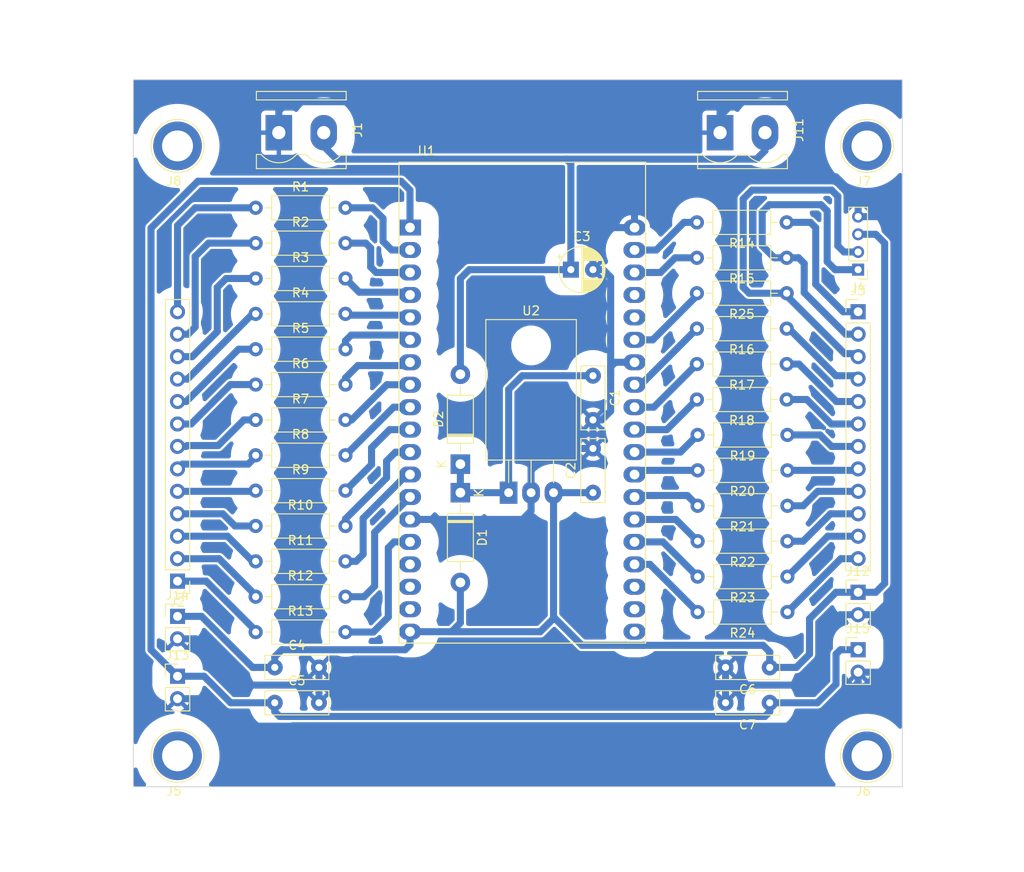
<source format=kicad_pcb>
(kicad_pcb (version 20241229) (generator "pcbnew") (generator_version "9.0")
  (layers (0 "F.Cu" signal) (2 "B.Cu" signal) (13 "F.Paste" user) (15 "B.Paste" user) (5 "F.SilkS" user "F.Silkscreen") (7 "B.SilkS" user "B.Silkscreen") (1 "F.Mask" user) (3 "B.Mask" user) (25 "Edge.Cuts" user))
  (net 0 "")
  (net 1 "Net-(D1-K)")
  (net 2 "GND")
  (net 3 "+5V")
  (net 4 "+12V")
  (net 5 "+3.3V")
  (net 6 "13")
  (net 7 "12")
  (net 8 "14")
  (net 9 "27")
  (net 10 "26")
  (net 11 "25")
  (net 12 "33")
  (net 13 "32")
  (net 14 "35")
  (net 15 "34")
  (net 16 "36")
  (net 17 "39")
  (net 18 "Reset")
  (net 19 "23")
  (net 20 "22")
  (net 21 "21")
  (net 22 "19")
  (net 23 "18")
  (net 24 "5")
  (net 25 "17")
  (net 26 "16")
  (net 27 "4")
  (net 28 "0")
  (net 29 "2")
  (net 30 "15")
  (net 35 "Net-(U1-EN)")
  (net 36 "Net-(U1-SENSOR_VP)")
  (net 37 "Net-(U1-SENSOR_VN)")
  (net 38 "Net-(U1-IO34)")
  (net 39 "Net-(U1-IO35)")
  (net 40 "Net-(U1-IO32)")
  (net 41 "Net-(U1-IO33)")
  (net 42 "Net-(U1-IO25)")
  (net 43 "Net-(U1-IO26)")
  (net 44 "Net-(U1-IO27)")
  (net 45 "Net-(U1-IO14)")
  (net 46 "Net-(U1-IO12)")
  (net 47 "Net-(U1-IO13)")
  (net 48 "Net-(U1-IO23)")
  (net 49 "Net-(U1-IO22)")
  (net 50 "Net-(U1-IO19)")
  (net 51 "Net-(U1-IO18)")
  (net 52 "Net-(U1-IO5)")
  (net 53 "Net-(U1-IO17)")
  (net 54 "Net-(U1-IO16)")
  (net 55 "Net-(U1-IO4)")
  (net 56 "Net-(U1-IO0)")
  (net 57 "Net-(U1-IO2)")
  (net 58 "Net-(U1-IO15)")
  (net 59 "Net-(U1-IO21)")
  (footprint "FootprintGamelGe2_v6:C_Rect_L7.0mm_W2.5mm_P5.00mm" (layer "F.Cu") (at 206 81 -90)
    (property "Reference" "C1")
    (property "Value" "330")
  )
  (footprint "FootprintGamelGe2_v6:C_Rect_L7.0mm_W2.5mm_P5.00mm" (layer "F.Cu") (at 170 118)
    (property "Reference" "C5")
    (property "Value" "100n")
  )
  (footprint "FootprintGamelGe2_v6:Mounting_Screw_3mm" (layer "F.Cu") (at 237 124 180)
    (property "Reference" "J6")
    (property "Value" "Mounting_Screw_3mm")
  )
  (footprint "FootprintGamelGe2_v6:R_Axial_DIN0207_L6.3mm_D2.5mm_P10.16mm_Horizontal" (layer "F.Cu") (at 227.92 83.689255 180)
    (property "Reference" "R18")
    (property "Value" "560")
  )
  (footprint "FootprintGamelGe2_v6:R_Axial_DIN0207_L6.3mm_D2.5mm_P10.16mm_Horizontal" (layer "F.Cu") (at 167.84 74)
    (property "Reference" "R4")
    (property "Value" "560")
  )
  (footprint "FootprintGamelGe2_v6:R_Axial_DIN0207_L6.3mm_D2.5mm_P10.16mm_Horizontal" (layer "F.Cu") (at 228 107.736371 180)
    (property "Reference" "R24")
    (property "Value" "560")
  )
  (footprint "FootprintGamelGe2_v6:R_Axial_DIN0207_L6.3mm_D2.5mm_P10.16mm_Horizontal" (layer "F.Cu") (at 167.84 110)
    (property "Reference" "R13")
    (property "Value" "560")
  )
  (footprint "FootprintGamelGe2_v6:R_Axial_DIN0207_L6.3mm_D2.5mm_P10.16mm_Horizontal" (layer "F.Cu") (at 167.84 94)
    (property "Reference" "R9")
    (property "Value" "560")
  )
  (footprint "FootprintGamelGe2_v6:OmnimateSL-5,08_1x02_P5.08mm_Vertical" (layer "F.Cu") (at 170.46 53.5)
    (property "Reference" "J1")
    (property "Value" "Omnimate2")
  )
  (footprint "FootprintGamelGe2_v6:R_Axial_DIN0207_L6.3mm_D2.5mm_P10.16mm_Horizontal" (layer "F.Cu") (at 167.84 90)
    (property "Reference" "R8")
    (property "Value" "560")
  )
  (footprint "FootprintGamelGe2_v6:C_Rect_L7.0mm_W2.5mm_P5.00mm" (layer "F.Cu") (at 226 114 180)
    (property "Reference" "C6")
    (property "Value" "100n")
  )
  (footprint "FootprintGamelGe2_v6:R_Axial_DIN0207_L6.3mm_D2.5mm_P10.16mm_Horizontal" (layer "F.Cu") (at 167.84 62)
    (property "Reference" "R1")
    (property "Value" "560")
  )
  (footprint "Connector_PinHeader_2.54mm:PinHeader_1x02_P2.54mm_Vertical" (layer "F.Cu") (at 236 112)
    (property "Reference" "J15")
    (property "Value" "Conn_01x02_Pin")
  )
  (footprint "FootprintGamelGe2_v6:R_Axial_DIN0207_L6.3mm_D2.5mm_P10.16mm_Horizontal" (layer "F.Cu") (at 167.84 82)
    (property "Reference" "R6")
    (property "Value" "560")
  )
  (footprint "FootprintGamelGe2_v6:C_Rect_L7.0mm_W2.5mm_P5.00mm" (layer "F.Cu") (at 226 118 180)
    (property "Reference" "C7")
    (property "Value" "100n")
  )
  (footprint "FootprintGamelGe2_v6:R_Axial_DIN0207_L6.3mm_D2.5mm_P10.16mm_Horizontal" (layer "F.Cu") (at 228 95.712808 180)
    (property "Reference" "R21")
    (property "Value" "560")
  )
  (footprint "Connector_PinHeader_2.54mm:PinHeader_1x13_P2.54mm_Vertical" (layer "F.Cu") (at 159 104.24 180)
    (property "Reference" "J2")
    (property "Value" "Conn_01x13_Pin")
  )
  (footprint "FootprintGamelGe2_v6:C_Rect_L7.0mm_W2.5mm_P5.00mm" (layer "F.Cu") (at 206 94.23 90)
    (property "Reference" "C2")
    (property "Value" "100n")
  )
  (footprint "lib_esp32:MODULE_ESP32-DEVKITC-32D" (layer "F.Cu") (at 198 84)
    (property "Reference" "U1")
    (property "Value" "ESP32-DEVKITC-32D")
  )
  (footprint "Diode_THT:D_DO-41_SOD81_P10.16mm_Horizontal" (layer "F.Cu") (at 191 94.23 -90)
    (property "Reference" "D1")
    (property "Value" "1N400X")
  )
  (footprint "FootprintGamelGe2_v6:R_Axial_DIN0207_L6.3mm_D2.5mm_P10.16mm_Horizontal" (layer "F.Cu") (at 227.92 71.665702 180)
    (property "Reference" "R25")
    (property "Value" "560")
  )
  (footprint "Connector_PinHeader_2.54mm:PinHeader_1x12_P2.54mm_Vertical" (layer "F.Cu") (at 236 73.76)
    (property "Reference" "J3")
    (property "Value" "Conn_01x12_Pin")
  )
  (footprint "FootprintGamelGe2_v6:R_Axial_DIN0207_L6.3mm_D2.5mm_P10.16mm_Horizontal" (layer "F.Cu") (at 227.92 75.673553 180)
    (property "Reference" "R16")
    (property "Value" "560")
  )
  (footprint "FootprintGamelGe2_v6:R_Axial_DIN0207_L6.3mm_D2.5mm_P10.16mm_Horizontal" (layer "F.Cu") (at 167.84 66)
    (property "Reference" "R2")
    (property "Value" "560")
  )
  (footprint "FootprintGamelGe2_v6:OmnimateSL-5,08_1x02_P5.08mm_Vertical" (layer "F.Cu") (at 220.38 53.5)
    (property "Reference" "J11")
    (property "Value" "Omnimate2")
  )
  (footprint "FootprintGamelGe2_v6:Mounting_Screw_3mm" (layer "F.Cu") (at 237 55 180)
    (property "Reference" "J7")
    (property "Value" "Mounting_Screw_3mm")
  )
  (footprint "FootprintGamelGe2_v6:R_Axial_DIN0207_L6.3mm_D2.5mm_P10.16mm_Horizontal" (layer "F.Cu") (at 228 91.704957 180)
    (property "Reference" "R20")
    (property "Value" "560")
  )
  (footprint "FootprintGamelGe2_v6:R_Axial_DIN0207_L6.3mm_D2.5mm_P10.16mm_Horizontal" (layer "F.Cu") (at 227.92 67.657851 180)
    (property "Reference" "R15")
    (property "Value" "560")
  )
  (footprint "FootprintGamelGe2_v6:Mounting_Screw_3mm" (layer "F.Cu") (at 159 124 180)
    (property "Reference" "J5")
    (property "Value" "Mounting_Screw_3mm")
  )
  (footprint "Connector_PinHeader_2.54mm:PinHeader_1x02_P2.54mm_Vertical" (layer "F.Cu") (at 159 115)
    (property "Reference" "J13")
    (property "Value" "Conn_01x02_Pin")
  )
  (footprint "Connector_PinHeader_2.54mm:PinHeader_1x02_P2.54mm_Vertical" (layer "F.Cu") (at 159 108.225)
    (property "Reference" "J14")
    (property "Value" "Conn_01x02_Pin")
  )
  (footprint "FootprintGamelGe2_v6:R_Axial_DIN0207_L6.3mm_D2.5mm_P10.16mm_Horizontal" (layer "F.Cu") (at 167.84 106)
    (property "Reference" "R12")
    (property "Value" "560")
  )
  (footprint "FootprintGamelGe2_v6:R_Axial_DIN0207_L6.3mm_D2.5mm_P10.16mm_Horizontal" (layer "F.Cu") (at 167.84 102)
    (property "Reference" "R11")
    (property "Value" "560")
  )
  (footprint "Connector_PinHeader_2.00mm:PinHeader_1x04_P2.00mm_Vertical" (layer "F.Cu") (at 236 69 180)
    (property "Reference" "J4")
    (property "Value" "Autocom4")
  )
  (footprint "Connector_PinHeader_2.54mm:PinHeader_1x02_P2.54mm_Vertical" (layer "F.Cu") (at 236 105.5)
    (property "Reference" "J12")
    (property "Value" "Conn_01x02_Pin")
  )
  (footprint "FootprintGamelGe2_v6:R_Axial_DIN0207_L6.3mm_D2.5mm_P10.16mm_Horizontal" (layer "F.Cu") (at 167.84 70)
    (property "Reference" "R3")
    (property "Value" "560")
  )
  (footprint "FootprintGamelGe2_v6:R_Axial_DIN0207_L6.3mm_D2.5mm_P10.16mm_Horizontal" (layer "F.Cu") (at 227.92 63.65 180)
    (property "Reference" "R14")
    (property "Value" "560")
  )
  (footprint "Diode_THT:D_DO-41_SOD81_P10.16mm_Horizontal" (layer "F.Cu") (at 191 91 90)
    (property "Reference" "D2")
    (property "Value" "1N400X")
  )
  (footprint "FootprintGamelGe2_v6:R_Axial_DIN0207_L6.3mm_D2.5mm_P10.16mm_Horizontal" (layer "F.Cu") (at 227.92 79.681404 180)
    (property "Reference" "R17")
    (property "Value" "560")
  )
  (footprint "FootprintGamelGe2_v6:R_Axial_DIN0207_L6.3mm_D2.5mm_P10.16mm_Horizontal" (layer "F.Cu") (at 228 103.72851 180)
    (property "Reference" "R23")
    (property "Value" "560")
  )
  (footprint "FootprintGamelGe2_v6:R_Axial_DIN0207_L6.3mm_D2.5mm_P10.16mm_Horizontal" (layer "F.Cu") (at 167.84 98)
    (property "Reference" "R10")
    (property "Value" "560")
  )
  (footprint "FootprintGamelGe2_v6:R_Axial_DIN0207_L6.3mm_D2.5mm_P10.16mm_Horizontal" (layer "F.Cu") (at 228 99.720659 180)
    (property "Reference" "R22")
    (property "Value" "560")
  )
  (footprint "FootprintGamelGe2_v6:TO-220-3_Horizontal_TabDown" (layer "F.Cu") (at 196.46 94.23)
    (property "Reference" "U2")
    (property "Value" "LM7805_TO220")
  )
  (footprint "FootprintGamelGe2_v6:CP_Radial_D5.0mm_P2.50mm" (layer "F.Cu") (at 203.5 69)
    (property "Reference" "C3")
    (property "Value" "22u")
  )
  (footprint "FootprintGamelGe2_v6:R_Axial_DIN0207_L6.3mm_D2.5mm_P10.16mm_Horizontal" (layer "F.Cu") (at 167.84 78)
    (property "Reference" "R5")
    (property "Value" "560")
  )
  (footprint "FootprintGamelGe2_v6:R_Axial_DIN0207_L6.3mm_D2.5mm_P10.16mm_Horizontal" (layer "F.Cu") (at 167.84 86)
    (property "Reference" "R7")
    (property "Value" "560")
  )
  (footprint "FootprintGamelGe2_v6:R_Axial_DIN0207_L6.3mm_D2.5mm_P10.16mm_Horizontal" (layer "F.Cu") (at 228 87.697106 180)
    (property "Reference" "R19")
    (property "Value" "560")
  )
  (footprint "FootprintGamelGe2_v6:Mounting_Screw_3mm" (layer "F.Cu") (at 159 55 180)
    (property "Reference" "J8")
    (property "Value" "Mounting_Screw_3mm")
  )
  (footprint "FootprintGamelGe2_v6:C_Rect_L7.0mm_W2.5mm_P5.00mm" (layer "F.Cu") (at 170 114)
    (property "Reference" "C4")
    (property "Value" "100n")
  )
  (gr_rect (start 154 47.5) (end 241 127.5) (stroke (width 0.1)) (fill no) (layer "Edge.Cuts"))
  (segment (start 191 94.23) (end 196.46 94.23) (width 0.8) (layer "B.Cu") (net 1))
  (segment (start 206 81) (end 198 81) (width 0.8) (layer "B.Cu") (net 1))
  (segment (start 191 91) (end 191 94.23) (width 0.8) (layer "B.Cu") (net 1))
  (segment (start 196.46 82.54) (end 196.46 94.23) (width 0.8) (layer "B.Cu") (net 1))
  (segment (start 198 81) (end 196.46 82.54) (width 0.8) (layer "B.Cu") (net 1))
  (segment (start 221 116) (end 221.6 116) (width 0.8) (layer "B.Cu") (net 2))
  (segment (start 199 94.23) (end 199 91) (width 0.8) (layer "B.Cu") (net 2))
  (segment (start 236 61) (end 233.5 58.5) (width 0.8) (layer "B.Cu") (net 2))
  (segment (start 221 118) (end 221 116) (width 0.8) (layer "B.Cu") (net 2))
  (segment (start 210.7 79.48) (end 208.52 79.48) (width 0.8) (layer "B.Cu") (net 2))
  (segment (start 159 117.54) (end 161.54 117.54) (width 0.8) (layer "B.Cu") (net 2))
  (segment (start 230.5 51) (end 230.5 58.5) (width 0.8) (layer "B.Cu") (net 2))
  (segment (start 207.15 69) (end 208 69.85) (width 0.8) (layer "B.Cu") (net 2))
  (segment (start 199 91) (end 200.77 89.23) (width 0.8) (layer "B.Cu") (net 2))
  (segment (start 220.38 50.88) (end 220.38 53.5) (width 0.8) (layer "B.Cu") (net 2))
  (segment (start 233.5 58.5) (end 230.5 58.5) (width 0.8) (layer "B.Cu") (net 2))
  (segment (start 175 116) (end 166.3 116) (width 0.8) (layer "B.Cu") (net 2))
  (segment (start 219.5 50) (end 220.38 50.88) (width 0.8) (layer "B.Cu") (net 2))
  (segment (start 206 66.05) (end 207.81 64.24) (width 0.8) (layer "B.Cu") (net 2))
  (segment (start 208 85) (end 207 86) (width 0.8) (layer "B.Cu") (net 2))
  (segment (start 231.091081 120.651) (end 236 115.742081) (width 0.8) (layer "B.Cu") (net 2))
  (segment (start 161.065 110.765) (end 159 110.765) (width 0.8) (layer "B.Cu") (net 2))
  (segment (start 240.1 105.9) (end 240.1 64.1) (width 0.8) (layer "B.Cu") (net 2))
  (segment (start 211.6 58.5) (end 210.7 59.4) (width 0.8) (layer "B.Cu") (net 2))
  (segment (start 239 63) (end 236 63) (width 0.8) (layer "B.Cu") (net 2))
  (segment (start 199 94.23) (end 199 96.28) (width 0.8) (layer "B.Cu") (net 2))
  (segment (start 222 50) (end 229.5 50) (width 0.8) (layer "B.Cu") (net 2))
  (segment (start 233.96 108.04) (end 236 108.04) (width 0.8) (layer "B.Cu") (net 2))
  (segment (start 166.3 116) (end 161.065 110.765) (width 0.8) (layer "B.Cu") (net 2))
  (segment (start 239.5 109.5) (end 239.5 113.5) (width 0.8) (layer "B.Cu") (net 2))
  (segment (start 238.04 108.04) (end 239.5 109.5) (width 0.8) (layer "B.Cu") (net 2))
  (segment (start 220.38 53.5) (end 220.38 51.62) (width 0.8) (layer "B.Cu") (net 2))
  (segment (start 170.46 51.04) (end 171.5 50) (width 0.8) (layer "B.Cu") (net 2))
  (segment (start 207.81 64.24) (end 210.7 64.24) (width 0.8) (layer "B.Cu") (net 2))
  (segment (start 236 115.742081) (end 236 114.54) (width 0.8) (layer "B.Cu") (net 2))
  (segment (start 206 69) (end 207.15 69) (width 0.8) (layer "B.Cu") (net 2))
  (segment (start 221.6 116) (end 229 116) (width 0.8) (layer "B.Cu") (net 2))
  (segment (start 208 69.85) (end 208 81) (width 0.8) (layer "B.Cu") (net 2))
  (segment (start 206 69) (end 206 66.05) (width 0.8) (layer "B.Cu") (net 2))
  (segment (start 206 86) (end 206 89.23) (width 0.8) (layer "B.Cu") (net 2))
  (segment (start 198.02 97.26) (end 185.3 97.26) (width 0.8) (layer "B.Cu") (net 2))
  (segment (start 161.54 117.54) (end 164.651 120.651) (width 0.8) (layer "B.Cu") (net 2))
  (segment (start 238.46 114.54) (end 236 114.54) (width 0.8) (layer "B.Cu") (net 2))
  (segment (start 230.5 58.5) (end 211.6 58.5) (width 0.8) (layer "B.Cu") (net 2))
  (segment (start 239.5 113.5) (end 238.46 114.54) (width 0.8) (layer "B.Cu") (net 2))
  (segment (start 208.52 79.48) (end 208 80) (width 0.8) (layer "B.Cu") (net 2))
  (segment (start 237.96 108.04) (end 240.1 105.9) (width 0.8) (layer "B.Cu") (net 2))
  (segment (start 236 63) (end 236 61) (width 0.8) (layer "B.Cu") (net 2))
  (segment (start 164.651 120.651) (end 231.091081 120.651) (width 0.8) (layer "B.Cu") (net 2))
  (segment (start 237.96 108.04) (end 238.04 108.04) (width 0.8) (layer "B.Cu") (net 2))
  (segment (start 221 114) (end 221 116) (width 0.8) (layer "B.Cu") (net 2))
  (segment (start 200.77 89.23) (end 206 89.23) (width 0.8) (layer "B.Cu") (net 2))
  (segment (start 229.5 50) (end 230.5 51) (width 0.8) (layer "B.Cu") (net 2))
  (segment (start 175 116) (end 175 118) (width 0.8) (layer "B.Cu") (net 2))
  (segment (start 208 81) (end 208 82) (width 0.8) (layer "B.Cu") (net 2))
  (segment (start 175 114) (end 175 116) (width 0.8) (layer "B.Cu") (net 2))
  (segment (start 232 113) (end 232 110) (width 0.8) (layer "B.Cu") (net 2))
  (segment (start 199 96.28) (end 198.02 97.26) (width 0.8) (layer "B.Cu") (net 2))
  (segment (start 236 108.04) (end 237.96 108.04) (width 0.8) (layer "B.Cu") (net 2))
  (segment (start 171.5 50) (end 219.5 50) (width 0.8) (layer "B.Cu") (net 2))
  (segment (start 170.46 53.5) (end 170.46 51.04) (width 0.8) (layer "B.Cu") (net 2))
  (segment (start 232 110) (end 233.96 108.04) (width 0.8) (layer "B.Cu") (net 2))
  (segment (start 175 116) (end 221.6 116) (width 0.8) (layer "B.Cu") (net 2))
  (segment (start 210.7 59.4) (end 210.7 64.24) (width 0.8) (layer "B.Cu") (net 2))
  (segment (start 229 116) (end 232 113) (width 0.8) (layer "B.Cu") (net 2))
  (segment (start 207 86) (end 206 86) (width 0.8) (layer "B.Cu") (net 2))
  (segment (start 220.38 51.62) (end 222 50) (width 0.8) (layer "B.Cu") (net 2))
  (segment (start 208 80) (end 208 81) (width 0.8) (layer "B.Cu") (net 2))
  (segment (start 208 82) (end 208 85) (width 0.8) (layer "B.Cu") (net 2))
  (segment (start 240.1 64.1) (end 239 63) (width 0.8) (layer "B.Cu") (net 2))
  (segment (start 226 112.25) (end 226 114) (width 0.8) (layer "B.Cu") (net 3))
  (segment (start 201.54 108.46) (end 201.54 108.29) (width 0.8) (layer "B.Cu") (net 3))
  (segment (start 233.5 105.5) (end 236 105.5) (width 0.8) (layer "B.Cu") (net 3))
  (segment (start 191 109.96) (end 200.04 109.96) (width 0.8) (layer "B.Cu") (net 3))
  (segment (start 170.8 112) (end 170 112.8) (width 0.8) (layer "B.Cu") (net 3))
  (segment (start 184.75 112) (end 170.8 112) (width 0.8) (layer "B.Cu") (net 3))
  (segment (start 209.697969 111.5) (end 209.707969 111.51) (width 0.8) (layer "B.Cu") (net 3))
  (segment (start 185.3 109.96) (end 185.3 111.45) (width 0.8) (layer "B.Cu") (net 3))
  (segment (start 191 104.39) (end 191 108.96) (width 0.8) (layer "B.Cu") (net 3))
  (segment (start 238 105.5) (end 239 104.5) (width 0.8) (layer "B.Cu") (net 3))
  (segment (start 204.75 111.5) (end 209.697969 111.5) (width 0.8) (layer "B.Cu") (net 3))
  (segment (start 239 104.5) (end 239 66) (width 0.8) (layer "B.Cu") (net 3))
  (segment (start 201.54 108.46) (end 201.54 94.23) (width 0.8) (layer "B.Cu") (net 3))
  (segment (start 191 108.96) (end 190 109.96) (width 0.8) (layer "B.Cu") (net 3))
  (segment (start 211.692031 111.51) (end 211.702031 111.5) (width 0.8) (layer "B.Cu") (net 3))
  (segment (start 170 112.8) (end 170 114) (width 0.8) (layer "B.Cu") (net 3))
  (segment (start 211.702031 111.5) (end 225.25 111.5) (width 0.8) (layer "B.Cu") (net 3))
  (segment (start 200.04 109.96) (end 201.54 108.46) (width 0.8) (layer "B.Cu") (net 3))
  (segment (start 167.5 114) (end 170 114) (width 0.8) (layer "B.Cu") (net 3))
  (segment (start 185.3 111.45) (end 184.75 112) (width 0.8) (layer "B.Cu") (net 3))
  (segment (start 185.3 109.96) (end 191 109.96) (width 0.8) (layer "B.Cu") (net 3))
  (segment (start 225.25 111.5) (end 226 112.25) (width 0.8) (layer "B.Cu") (net 3))
  (segment (start 238 65) (end 236 65) (width 0.8) (layer "B.Cu") (net 3))
  (segment (start 236 105.5) (end 238 105.5) (width 0.8) (layer "B.Cu") (net 3))
  (segment (start 201.54 108.29) (end 204.75 111.5) (width 0.8) (layer "B.Cu") (net 3))
  (segment (start 226 114) (end 229 114) (width 0.8) (layer "B.Cu") (net 3))
  (segment (start 239 66) (end 238 65) (width 0.8) (layer "B.Cu") (net 3))
  (segment (start 159 108.225) (end 161.725 108.225) (width 0.8) (layer "B.Cu") (net 3))
  (segment (start 230.5 108.5) (end 233.5 105.5) (width 0.8) (layer "B.Cu") (net 3))
  (segment (start 201.54 94.23) (end 206 94.23) (width 0.8) (layer "B.Cu") (net 3))
  (segment (start 209.707969 111.51) (end 211.692031 111.51) (width 0.8) (layer "B.Cu") (net 3))
  (segment (start 161.725 108.225) (end 167.5 114) (width 0.8) (layer "B.Cu") (net 3))
  (segment (start 230.5 112.5) (end 230.5 108.5) (width 0.8) (layer "B.Cu") (net 3))
  (segment (start 229 114) (end 230.5 112.5) (width 0.8) (layer "B.Cu") (net 3))
  (segment (start 203 56.5) (end 177 56.5) (width 0.8) (layer "B.Cu") (net 4))
  (segment (start 192 69) (end 191 70) (width 0.8) (layer "B.Cu") (net 4))
  (segment (start 203.5 57) (end 203 56.5) (width 0.8) (layer "B.Cu") (net 4))
  (segment (start 191 70) (end 191 80.84) (width 0.8) (layer "B.Cu") (net 4))
  (segment (start 225.46 55.54) (end 224.5 56.5) (width 0.8) (layer "B.Cu") (net 4))
  (segment (start 177 56.5) (end 175.54 55.04) (width 0.8) (layer "B.Cu") (net 4))
  (segment (start 175.54 55.04) (end 175.54 53.5) (width 0.8) (layer "B.Cu") (net 4))
  (segment (start 224.5 56.5) (end 203 56.5) (width 0.8) (layer "B.Cu") (net 4))
  (segment (start 225.46 53.5) (end 225.46 55.54) (width 0.8) (layer "B.Cu") (net 4))
  (segment (start 203.5 69) (end 203.5 57) (width 0.8) (layer "B.Cu") (net 4))
  (segment (start 203.5 69) (end 192 69) (width 0.8) (layer "B.Cu") (net 4))
  (segment (start 185.3 60) (end 184.3 59) (width 0.8) (layer "B.Cu") (net 5))
  (segment (start 170 119) (end 170.55 119.55) (width 0.8) (layer "B.Cu") (net 5))
  (segment (start 234 112) (end 236 112) (width 0.8) (layer "B.Cu") (net 5))
  (segment (start 156 64.3) (end 156 112) (width 0.8) (layer "B.Cu") (net 5))
  (segment (start 170 118) (end 165 118) (width 0.8) (layer "B.Cu") (net 5))
  (segment (start 233.5 112.5) (end 234 112) (width 0.8) (layer "B.Cu") (net 5))
  (segment (start 162 115) (end 159 115) (width 0.8) (layer "B.Cu") (net 5))
  (segment (start 185.3 64.24) (end 185.3 60) (width 0.8) (layer "B.Cu") (net 5))
  (segment (start 233.5 115.9) (end 233.5 112.5) (width 0.8) (layer "B.Cu") (net 5))
  (segment (start 165 118) (end 162 115) (width 0.8) (layer "B.Cu") (net 5))
  (segment (start 231.4 118) (end 233.5 115.9) (width 0.8) (layer "B.Cu") (net 5))
  (segment (start 156 112) (end 159 115) (width 0.8) (layer "B.Cu") (net 5))
  (segment (start 225.45 119.55) (end 226 119) (width 0.8) (layer "B.Cu") (net 5))
  (segment (start 226 118) (end 231.4 118) (width 0.8) (layer "B.Cu") (net 5))
  (segment (start 161.3 59) (end 156 64.3) (width 0.8) (layer "B.Cu") (net 5))
  (segment (start 170 118) (end 170 119) (width 0.8) (layer "B.Cu") (net 5))
  (segment (start 226 119) (end 226 118) (width 0.8) (layer "B.Cu") (net 5))
  (segment (start 170.55 119.55) (end 225.45 119.55) (width 0.8) (layer "B.Cu") (net 5))
  (segment (start 184.3 59) (end 161.3 59) (width 0.8) (layer "B.Cu") (net 5))
  (segment (start 162.24 104.24) (end 167.84 109.84) (width 0.8) (layer "B.Cu") (net 6))
  (segment (start 159 104.24) (end 162.24 104.24) (width 0.8) (layer "B.Cu") (net 6))
  (segment (start 167.84 109.84) (end 167.84 110) (width 0.8) (layer "B.Cu") (net 6))
  (segment (start 167.84 105.84) (end 163.7 101.7) (width 0.8) (layer "B.Cu") (net 7))
  (segment (start 167.84 106) (end 167.84 105.84) (width 0.8) (layer "B.Cu") (net 7))
  (segment (start 163.7 101.7) (end 159 101.7) (width 0.8) (layer "B.Cu") (net 7))
  (segment (start 167.84 102) (end 167.5 102) (width 0.8) (layer "B.Cu") (net 8))
  (segment (start 164.66 99.16) (end 159 99.16) (width 0.8) (layer "B.Cu") (net 8))
  (segment (start 167.5 102) (end 164.66 99.16) (width 0.8) (layer "B.Cu") (net 8))
  (segment (start 164.12 96.62) (end 159 96.62) (width 0.8) (layer "B.Cu") (net 9))
  (segment (start 167.84 98) (end 165.5 98) (width 0.8) (layer "B.Cu") (net 9))
  (segment (start 165.5 98) (end 164.12 96.62) (width 0.8) (layer "B.Cu") (net 9))
  (segment (start 159 94.08) (end 167.76 94.08) (width 0.8) (layer "B.Cu") (net 10))
  (segment (start 167.76 94.08) (end 167.84 94) (width 0.8) (layer "B.Cu") (net 10))
  (segment (start 167 91) (end 167.84 90.16) (width 0.8) (layer "B.Cu") (net 11))
  (segment (start 167.84 90.16) (end 167.84 90) (width 0.8) (layer "B.Cu") (net 11))
  (segment (start 159 91.54) (end 159.54 91) (width 0.8) (layer "B.Cu") (net 11))
  (segment (start 159.54 91) (end 167 91) (width 0.8) (layer "B.Cu") (net 11))
  (segment (start 160.08395 88.899) (end 159.98295 89) (width 0.8) (layer "B.Cu") (net 12))
  (segment (start 166.5 86) (end 163.601 88.899) (width 0.8) (layer "B.Cu") (net 12))
  (segment (start 163.601 88.899) (end 160.08395 88.899) (width 0.8) (layer "B.Cu") (net 12))
  (segment (start 167.84 86) (end 166.5 86) (width 0.8) (layer "B.Cu") (net 12))
  (segment (start 159.98295 89) (end 159 89) (width 0.8) (layer "B.Cu") (net 12))
  (segment (start 159 86.46) (end 160.54 86.46) (width 0.8) (layer "B.Cu") (net 13))
  (segment (start 165 82) (end 167.84 82) (width 0.8) (layer "B.Cu") (net 13))
  (segment (start 160.54 86.46) (end 165 82) (width 0.8) (layer "B.Cu") (net 13))
  (segment (start 159.98295 83.92) (end 159 83.92) (width 0.8) (layer "B.Cu") (net 14))
  (segment (start 167.84 78) (end 165.90295 78) (width 0.8) (layer "B.Cu") (net 14))
  (segment (start 165.90295 78) (end 159.98295 83.92) (width 0.8) (layer "B.Cu") (net 14))
  (segment (start 167.84 74) (end 167.5 74) (width 0.8) (layer "B.Cu") (net 15))
  (segment (start 167.5 74) (end 160.12 81.38) (width 0.8) (layer "B.Cu") (net 15))
  (segment (start 160.12 81.38) (end 159 81.38) (width 0.8) (layer "B.Cu") (net 15))
  (segment (start 160.66 78.84) (end 159 78.84) (width 0.8) (layer "B.Cu") (net 16))
  (segment (start 163.5 71) (end 163.5 76) (width 0.8) (layer "B.Cu") (net 16))
  (segment (start 167.84 70) (end 164.5 70) (width 0.8) (layer "B.Cu") (net 16))
  (segment (start 163.5 76) (end 160.66 78.84) (width 0.8) (layer "B.Cu") (net 16))
  (segment (start 164.5 70) (end 163.5 71) (width 0.8) (layer "B.Cu") (net 16))
  (segment (start 161 75.5) (end 161 67.5) (width 0.8) (layer "B.Cu") (net 17))
  (segment (start 161 67.5) (end 162.5 66) (width 0.8) (layer "B.Cu") (net 17))
  (segment (start 160.2 76.3) (end 161 75.5) (width 0.8) (layer "B.Cu") (net 17))
  (segment (start 162.5 66) (end 167.84 66) (width 0.8) (layer "B.Cu") (net 17))
  (segment (start 159 76.3) (end 160.2 76.3) (width 0.8) (layer "B.Cu") (net 17))
  (segment (start 167.84 62) (end 161 62) (width 0.8) (layer "B.Cu") (net 18))
  (segment (start 161 62) (end 159 64) (width 0.8) (layer "B.Cu") (net 18))
  (segment (start 159 64) (end 159 73.76) (width 0.8) (layer "B.Cu") (net 18))
  (segment (start 234.31 73.76) (end 236 73.76) (width 0.8) (layer "B.Cu") (net 19))
  (segment (start 231.2 70.65) (end 234.31 73.76) (width 0.8) (layer "B.Cu") (net 19))
  (segment (start 230.6 63.65) (end 231.2 64.25) (width 0.8) (layer "B.Cu") (net 19))
  (segment (start 227.92 63.65) (end 230.6 63.65) (width 0.8) (layer "B.Cu") (net 19))
  (segment (start 231.2 64.25) (end 231.2 70.65) (width 0.8) (layer "B.Cu") (net 19))
  (segment (start 234.6 76.3) (end 236 76.3) (width 0.8) (layer "B.Cu") (net 20))
  (segment (start 232.5 62.35) (end 231.8 61.65) (width 0.8) (layer "B.Cu") (net 20))
  (segment (start 231.8 61.65) (end 225.95 61.65) (width 0.8) (layer "B.Cu") (net 20))
  (segment (start 225.15 66.3) (end 226.507851 67.657851) (width 0.8) (layer "B.Cu") (net 20))
  (segment (start 233.4 69) (end 232.5 68.1) (width 0.8) (layer "B.Cu") (net 20))
  (segment (start 229.242149 67.657851) (end 229.25 67.65) (width 0.8) (layer "B.Cu") (net 20))
  (segment (start 229.25 67.65) (end 229.9 68.3) (width 0.8) (layer "B.Cu") (net 20))
  (segment (start 227.92 67.657851) (end 229.242149 67.657851) (width 0.8) (layer "B.Cu") (net 20))
  (segment (start 232.5 68.1) (end 232.5 62.35) (width 0.8) (layer "B.Cu") (net 20))
  (segment (start 229.9 71.6) (end 234.6 76.3) (width 0.8) (layer "B.Cu") (net 20))
  (segment (start 229.9 68.3) (end 229.9 71.6) (width 0.8) (layer "B.Cu") (net 20))
  (segment (start 236 69) (end 233.4 69) (width 0.8) (layer "B.Cu") (net 20))
  (segment (start 225.15 62.45) (end 225.15 66.3) (width 0.8) (layer "B.Cu") (net 20))
  (segment (start 225.95 61.65) (end 225.15 62.45) (width 0.8) (layer "B.Cu") (net 20))
  (segment (start 226.507851 67.657851) (end 227.92 67.657851) (width 0.8) (layer "B.Cu") (net 20))
  (segment (start 233.7 60.7) (end 233.7 66.3) (width 0.8) (layer "B.Cu") (net 21))
  (segment (start 227.92 71.665702) (end 223.665702 71.665702) (width 0.8) (layer "B.Cu") (net 21))
  (segment (start 227.92 71.665702) (end 227.92 71.945) (width 0.8) (layer "B.Cu") (net 21))
  (segment (start 233 60) (end 233.7 60.7) (width 0.8) (layer "B.Cu") (net 21))
  (segment (start 223.665702 71.665702) (end 223 71) (width 0.8) (layer "B.Cu") (net 21))
  (segment (start 233.7 66.3) (end 234.4 67) (width 0.8) (layer "B.Cu") (net 21))
  (segment (start 235.66 78.5) (end 236 78.84) (width 0.8) (layer "B.Cu") (net 21))
  (segment (start 234.475 78.5) (end 235.66 78.5) (width 0.8) (layer "B.Cu") (net 21))
  (segment (start 223 71) (end 223 61) (width 0.8) (layer "B.Cu") (net 21))
  (segment (start 224 60) (end 233 60) (width 0.8) (layer "B.Cu") (net 21))
  (segment (start 223 61) (end 224 60) (width 0.8) (layer "B.Cu") (net 21))
  (segment (start 227.92 71.945) (end 234.475 78.5) (width 0.8) (layer "B.Cu") (net 21))
  (segment (start 234.4 67) (end 236 67) (width 0.8) (layer "B.Cu") (net 21))
  (segment (start 227.92 75.673553) (end 228.173553 75.673553) (width 0.8) (layer "B.Cu") (net 22))
  (segment (start 235.62 81) (end 236 81.38) (width 0.8) (layer "B.Cu") (net 22))
  (segment (start 233.5 81) (end 235.62 81) (width 0.8) (layer "B.Cu") (net 22))
  (segment (start 228.173553 75.673553) (end 233.5 81) (width 0.8) (layer "B.Cu") (net 22))
  (segment (start 227.92 79.681404) (end 229.300702 79.681404) (width 0.8) (layer "B.Cu") (net 23))
  (segment (start 229.300702 79.681404) (end 233.539298 83.92) (width 0.8) (layer "B.Cu") (net 23))
  (segment (start 233.539298 83.92) (end 236 83.92) (width 0.8) (layer "B.Cu") (net 23))
  (segment (start 232.96 86.46) (end 236 86.46) (width 0.8) (layer "B.Cu") (net 24))
  (segment (start 230.189255 83.689255) (end 232.96 86.46) (width 0.8) (layer "B.Cu") (net 24))
  (segment (start 228.230745 84) (end 227.92 83.689255) (width 0.8) (layer "B.Cu") (net 24))
  (segment (start 227.92 83.689255) (end 230.189255 83.689255) (width 0.8) (layer "B.Cu") (net 24))
  (segment (start 231.697106 87.697106) (end 228 87.697106) (width 0.8) (layer "B.Cu") (net 25))
  (segment (start 233 89) (end 231.697106 87.697106) (width 0.8) (layer "B.Cu") (net 25))
  (segment (start 236 89) (end 233 89) (width 0.8) (layer "B.Cu") (net 25))
  (segment (start 228 91.704957) (end 235.835043 91.704957) (width 0.8) (layer "B.Cu") (net 26))
  (segment (start 235.835043 91.704957) (end 236 91.54) (width 0.8) (layer "B.Cu") (net 26))
  (segment (start 236 94.08) (end 231.42 94.08) (width 0.8) (layer "B.Cu") (net 27))
  (segment (start 231.42 94.08) (end 229.787192 95.712808) (width 0.8) (layer "B.Cu") (net 27))
  (segment (start 229.787192 95.712808) (end 228 95.712808) (width 0.8) (layer "B.Cu") (net 27))
  (segment (start 228 99.720659) (end 229.779341 99.720659) (width 0.8) (layer "B.Cu") (net 28))
  (segment (start 229.779341 99.720659) (end 232.88 96.62) (width 0.8) (layer "B.Cu") (net 28))
  (segment (start 232.88 96.62) (end 236 96.62) (width 0.8) (layer "B.Cu") (net 28))
  (segment (start 232.56851 99.16) (end 236 99.16) (width 0.8) (layer "B.Cu") (net 29))
  (segment (start 228 103.72851) (end 232.56851 99.16) (width 0.8) (layer "B.Cu") (net 29))
  (segment (start 228 107.736371) (end 234.036371 101.7) (width 0.8) (layer "B.Cu") (net 30))
  (segment (start 234.036371 101.7) (end 236 101.7) (width 0.8) (layer "B.Cu") (net 30))
  (segment (start 183.23 66.78) (end 185.3 66.78) (width 0.8) (layer "B.Cu") (net 35))
  (segment (start 181.05 62) (end 182.25 63.2) (width 0.8) (layer "B.Cu") (net 35))
  (segment (start 182.25 63.2) (end 182.25 65.8) (width 0.8) (layer "B.Cu") (net 35))
  (segment (start 178 62) (end 181.05 62) (width 0.8) (layer "B.Cu") (net 35))
  (segment (start 182.25 65.8) (end 183.23 66.78) (width 0.8) (layer "B.Cu") (net 35))
  (segment (start 180.85 68.7) (end 181.47 69.32) (width 0.8) (layer "B.Cu") (net 36))
  (segment (start 181.47 69.32) (end 185.3 69.32) (width 0.8) (layer "B.Cu") (net 36))
  (segment (start 178 66) (end 180.294365 66) (width 0.8) (layer "B.Cu") (net 36))
  (segment (start 180.85 66.555635) (end 180.85 68.7) (width 0.8) (layer "B.Cu") (net 36))
  (segment (start 180.294365 66) (end 180.85 66.555635) (width 0.8) (layer "B.Cu") (net 36))
  (segment (start 178 70) (end 179.55 71.55) (width 0.8) (layer "B.Cu") (net 37))
  (segment (start 184.99 71.55) (end 185.3 71.86) (width 0.8) (layer "B.Cu") (net 37))
  (segment (start 179.55 71.55) (end 184.99 71.55) (width 0.8) (layer "B.Cu") (net 37))
  (segment (start 185.05 74.15) (end 178.15 74.15) (width 0.8) (layer "B.Cu") (net 38))
  (segment (start 178.15 74.15) (end 178 74) (width 0.8) (layer "B.Cu") (net 38))
  (segment (start 185.3 74.4) (end 185.05 74.15) (width 0.8) (layer "B.Cu") (net 38))
  (segment (start 178 78) (end 178 77.05) (width 0.8) (layer "B.Cu") (net 39))
  (segment (start 178 77.05) (end 178.65 76.4) (width 0.8) (layer "B.Cu") (net 39))
  (segment (start 184.76 76.4) (end 185.3 76.94) (width 0.8) (layer "B.Cu") (net 39))
  (segment (start 178.65 76.4) (end 184.76 76.4) (width 0.8) (layer "B.Cu") (net 39))
  (segment (start 179.4 79.85) (end 184.93 79.85) (width 0.8) (layer "B.Cu") (net 40))
  (segment (start 184.93 79.85) (end 185.3 79.48) (width 0.8) (layer "B.Cu") (net 40))
  (segment (start 178 82) (end 178 81.25) (width 0.8) (layer "B.Cu") (net 40))
  (segment (start 178 81.25) (end 179.4 79.85) (width 0.8) (layer "B.Cu") (net 40))
  (segment (start 185.3 82.02) (end 182.68 82.02) (width 0.8) (layer "B.Cu") (net 41))
  (segment (start 182.68 82.02) (end 178.7 86) (width 0.8) (layer "B.Cu") (net 41))
  (segment (start 178.7 86) (end 178 86) (width 0.8) (layer "B.Cu") (net 41))
  (segment (start 183.44 84.56) (end 178 90) (width 0.8) (layer "B.Cu") (net 42))
  (segment (start 185.3 84.56) (end 183.44 84.56) (width 0.8) (layer "B.Cu") (net 42))
  (segment (start 180.95 91.05) (end 180.95 89.15) (width 0.8) (layer "B.Cu") (net 43))
  (segment (start 183 87.1) (end 185.3 87.1) (width 0.8) (layer "B.Cu") (net 43))
  (segment (start 178 94) (end 180.95 91.05) (width 0.8) (layer "B.Cu") (net 43))
  (segment (start 180.95 89.15) (end 183 87.1) (width 0.8) (layer "B.Cu") (net 43))
  (segment (start 178 97.2) (end 178 98) (width 0.8) (layer "B.Cu") (net 44))
  (segment (start 185.3 89.64) (end 185.29 89.65) (width 0.8) (layer "B.Cu") (net 44))
  (segment (start 183.65 89.65) (end 182.65 90.65) (width 0.8) (layer "B.Cu") (net 44))
  (segment (start 182.65 92.55) (end 178 97.2) (width 0.8) (layer "B.Cu") (net 44))
  (segment (start 185.29 89.65) (end 183.65 89.65) (width 0.8) (layer "B.Cu") (net 44))
  (segment (start 182.65 90.65) (end 182.65 92.55) (width 0.8) (layer "B.Cu") (net 44))
  (segment (start 180 97.13) (end 180 101.2) (width 0.8) (layer "B.Cu") (net 45))
  (segment (start 179.2 102) (end 178 102) (width 0.8) (layer "B.Cu") (net 45))
  (segment (start 185.3 92.18) (end 184.95 92.18) (width 0.8) (layer "B.Cu") (net 45))
  (segment (start 180 101.2) (end 179.2 102) (width 0.8) (layer "B.Cu") (net 45))
  (segment (start 184.95 92.18) (end 180 97.13) (width 0.8) (layer "B.Cu") (net 45))
  (segment (start 181.3 104.8) (end 180.1 106) (width 0.8) (layer "B.Cu") (net 46))
  (segment (start 185.297969 94.72) (end 181.3 98.717969) (width 0.8) (layer "B.Cu") (net 46))
  (segment (start 185.3 94.72) (end 185.297969 94.72) (width 0.8) (layer "B.Cu") (net 46))
  (segment (start 180.1 106) (end 178 106) (width 0.8) (layer "B.Cu") (net 46))
  (segment (start 181.3 98.717969) (end 181.3 104.8) (width 0.8) (layer "B.Cu") (net 46))
  (segment (start 185.3 99.8) (end 183.5 99.8) (width 0.8) (layer "B.Cu") (net 47))
  (segment (start 182.85 100.45) (end 182.85 108.3) (width 0.8) (layer "B.Cu") (net 47))
  (segment (start 181.15 110) (end 178 110) (width 0.8) (layer "B.Cu") (net 47))
  (segment (start 183.5 99.8) (end 182.85 100.45) (width 0.8) (layer "B.Cu") (net 47))
  (segment (start 182.85 108.3) (end 181.15 110) (width 0.8) (layer "B.Cu") (net 47))
  (segment (start 217.76 63.65) (end 216.3 63.65) (width 0.8) (layer "B.Cu") (net 48))
  (segment (start 213.17 66.78) (end 210.7 66.78) (width 0.8) (layer "B.Cu") (net 48))
  (segment (start 216.3 63.65) (end 213.17 66.78) (width 0.8) (layer "B.Cu") (net 48))
  (segment (start 215.292149 67.657851) (end 217.76 67.657851) (width 0.8) (layer "B.Cu") (net 49))
  (segment (start 213.63 69.32) (end 215.292149 67.657851) (width 0.8) (layer "B.Cu") (net 49))
  (segment (start 210.7 69.32) (end 213.63 69.32) (width 0.8) (layer "B.Cu") (net 49))
  (segment (start 211.413553 82.02) (end 210.7 82.02) (width 0.8) (layer "B.Cu") (net 50))
  (segment (start 217.76 75.673553) (end 211.413553 82.02) (width 0.8) (layer "B.Cu") (net 50))
  (segment (start 212.881404 84.56) (end 210.7 84.56) (width 0.8) (layer "B.Cu") (net 51))
  (segment (start 217.76 79.681404) (end 212.881404 84.56) (width 0.8) (layer "B.Cu") (net 51))
  (segment (start 214.349255 87.1) (end 210.7 87.1) (width 0.8) (layer "B.Cu") (net 52))
  (segment (start 217.76 83.689255) (end 214.349255 87.1) (width 0.8) (layer "B.Cu") (net 52))
  (segment (start 217.84 87.697106) (end 215.897106 89.64) (width 0.8) (layer "B.Cu") (net 53))
  (segment (start 215.897106 89.64) (end 210.7 89.64) (width 0.8) (layer "B.Cu") (net 53))
  (segment (start 217.84 91.704957) (end 211.175043 91.704957) (width 0.8) (layer "B.Cu") (net 54))
  (segment (start 211.175043 91.704957) (end 210.7 92.18) (width 0.8) (layer "B.Cu") (net 54))
  (segment (start 217.84 95.712808) (end 216.677192 94.55) (width 0.8) (layer "B.Cu") (net 55))
  (segment (start 210.87 94.55) (end 210.7 94.72) (width 0.8) (layer "B.Cu") (net 55))
  (segment (start 216.677192 94.55) (end 210.87 94.55) (width 0.8) (layer "B.Cu") (net 55))
  (segment (start 215.379341 97.26) (end 217.84 99.720659) (width 0.8) (layer "B.Cu") (net 56))
  (segment (start 210.7 97.26) (end 215.379341 97.26) (width 0.8) (layer "B.Cu") (net 56))
  (segment (start 213.91149 99.8) (end 210.7 99.8) (width 0.8) (layer "B.Cu") (net 57))
  (segment (start 217.84 103.72851) (end 213.91149 99.8) (width 0.8) (layer "B.Cu") (net 57))
  (segment (start 210.7 102.34) (end 212.443629 102.34) (width 0.8) (layer "B.Cu") (net 58))
  (segment (start 212.443629 102.34) (end 217.84 107.736371) (width 0.8) (layer "B.Cu") (net 58))
  (segment (start 217.76 71.94) (end 217.76 71.665702) (width 0.8) (layer "B.Cu") (net 59))
  (segment (start 210.7 76.94) (end 212.76 76.94) (width 0.8) (layer "B.Cu") (net 59))
  (segment (start 212.76 76.94) (end 217.76 71.94) (width 0.8) (layer "B.Cu") (net 59))
  (zone (net 2) (net_name "GND") (layer "B.Cu") (connect_pads (clearance 0.5)) (min_thickness 0.5) (fill yes (thermal_gap 0.5) (thermal_bridge_width 0.5) (island_removal_mode 1) (island_area_min 10))
    (polygon (pts (xy 154 47.5) (xy 241 47.5) (xy 241 127.5) (xy 154 127.5)))
  )
)
</source>
